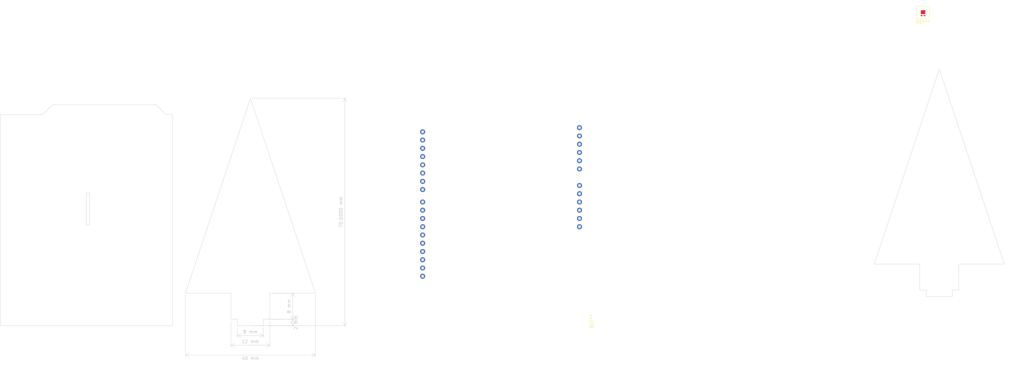
<source format=kicad_pcb>
(kicad_pcb (version 20211014) (generator pcbnew)
  (layers (0 "F.Cu" signal) (31 "B.Cu" signal) (34 "B.Paste" user) (35 "F.Paste" user) (36 "B.SilkS" user "B.Silkscreen") (37 "F.SilkS" user "F.Silkscreen") (38 "B.Mask" user) (39 "F.Mask" user) (44 "Edge.Cuts" user))
  (net 0 "")
  (footprint "LED_SMD:LED-L1T2_LUMILEDS" (layer "F.Cu") (at 337 14)
    (fp_text reference "REF**" (at 0 2.58) (layer "F.SilkS"))
    (fp_text value "LED-L1T2_LUMILEDS")
    (fp_line (start 1.4 1.5) (end -1.93 1.5) (layer "F.SilkS") (width 0.12))
    (fp_line (start 1.93 -2.35) (end 1.93 1.5) (layer "F.SilkS") (width 0.12))
    (fp_line (start -1.93 -2.35) (end 1.93 -2.35) (layer "F.SilkS") (width 0.12))
    (fp_line (start -1.93 1.5) (end -1.93 -2.35) (layer "F.SilkS") (width 0.12))
    (pad "1" smd rect (at 0.45 0.52) (size 0.55 0.38) (layers "F.Cu" "F.Paste" "F.Mask"))
    (pad "2" smd rect (at -0.45 0.52) (size 0.55 0.38) (layers "F.Cu" "F.Paste" "F.Mask"))
    (pad "3" smd rect (at 0 -0.52) (size 1.4 1.2) (layers "F.Cu" "F.Paste" "F.Mask"))
  )
  (footprint "1_lsk:UNO_R3" (layer "F.Cu") (at 233.8 111.26 90)
    (fp_text reference "REF**" (at 2.54 1.27 90 unlocked) (layer "F.SilkS"))
    (fp_text value "UNO_R3")
    (pad "2" thru_hole circle (at 62.23 -2.54 90) (size 1.524 1.524) (drill 0.762) (layers *.Cu *.Mask))
    (pad "3" thru_hole circle (at 59.69 -2.54 90) (size 1.524 1.524) (drill 0.762) (layers *.Cu *.Mask))
    (pad "4" thru_hole circle (at 57.15 -2.54 90) (size 1.524 1.524) (drill 0.762) (layers *.Cu *.Mask))
    (pad "5" thru_hole circle (at 54.61 -2.54 90) (size 1.524 1.524) (drill 0.762) (layers *.Cu *.Mask))
    (pad "6" thru_hole circle (at 52.07 -2.54 90) (size 1.524 1.524) (drill 0.762) (layers *.Cu *.Mask))
    (pad "7" thru_hole circle (at 49.53 -2.54 90) (size 1.524 1.524) (drill 0.762) (layers *.Cu *.Mask))
    (pad "8" thru_hole circle (at 44.45 -2.54 90) (size 1.524 1.524) (drill 0.762) (layers *.Cu *.Mask))
    (pad "9" thru_hole circle (at 41.91 -2.54 90) (size 1.524 1.524) (drill 0.762) (layers *.Cu *.Mask))
    (pad "10" thru_hole circle (at 39.37 -2.54 90) (size 1.524 1.524) (drill 0.762) (layers *.Cu *.Mask))
    (pad "11" thru_hole circle (at 36.83 -2.54 90) (size 1.524 1.524) (drill 0.762) (layers *.Cu *.Mask))
    (pad "12" thru_hole circle (at 34.29 -2.54 90) (size 1.524 1.524) (drill 0.762) (layers *.Cu *.Mask))
    (pad "13" thru_hole circle (at 31.75 -2.54 90) (size 1.524 1.524) (drill 0.762) (layers *.Cu *.Mask))
    (pad "14" thru_hole circle (at 60.96 -50.8 90) (size 1.524 1.524) (drill 0.762) (layers *.Cu *.Mask))
    (pad "15" thru_hole circle (at 58.42 -50.8 90) (size 1.524 1.524) (drill 0.762) (layers *.Cu *.Mask))
    (pad "16" thru_hole circle (at 55.88 -50.8 90) (size 1.524 1.524) (drill 0.762) (layers *.Cu *.Mask))
    (pad "17" thru_hole circle (at 53.34 -50.8 90) (size 1.524 1.524) (drill 0.762) (layers *.Cu *.Mask))
    (pad "18" thru_hole circle (at 50.8 -50.8 90) (size 1.524 1.524) (drill 0.762) (layers *.Cu *.Mask))
    (pad "19" thru_hole circle (at 48.26 -50.8 90) (size 1.524 1.524) (drill 0.762) (layers *.Cu *.Mask))
    (pad "20" thru_hole circle (at 45.72 -50.8 90) (size 1.524 1.524) (drill 0.762) (layers *.Cu *.Mask))
    (pad "21" thru_hole circle (at 43.18 -50.8 90) (size 1.524 1.524) (drill 0.762) (layers *.Cu *.Mask))
    (pad "22" thru_hole circle (at 39.37 -50.8 90) (size 1.524 1.524) (drill 0.762) (layers *.Cu *.Mask))
    (pad "23" thru_hole circle (at 36.83 -50.8 90) (size 1.524 1.524) (drill 0.762) (layers *.Cu *.Mask))
    (pad "24" thru_hole circle (at 34.29 -50.8 90) (size 1.524 1.524) (drill 0.762) (layers *.Cu *.Mask))
    (pad "25" thru_hole circle (at 31.75 -50.8 90) (size 1.524 1.524) (drill 0.762) (layers *.Cu *.Mask))
    (pad "26" thru_hole circle (at 29.21 -50.8 90) (size 1.524 1.524) (drill 0.762) (layers *.Cu *.Mask))
    (pad "27" thru_hole circle (at 26.67 -50.8 90) (size 1.524 1.524) (drill 0.762) (layers *.Cu *.Mask))
    (pad "28" thru_hole circle (at 24.13 -50.8 90) (size 1.524 1.524) (drill 0.762) (layers *.Cu *.Mask))
    (pad "29" thru_hole circle (at 21.59 -50.8 90) (size 1.524 1.524) (drill 0.762) (layers *.Cu *.Mask))
    (pad "30" thru_hole circle (at 19.05 -50.8 90) (size 1.524 1.524) (drill 0.762) (layers *.Cu *.Mask))
    (pad "31" thru_hole circle (at 16.51 -50.8 90) (size 1.524 1.524) (drill 0.762) (layers *.Cu *.Mask))
  )
  (gr_line (start 53 45) (end 66 45) (layer "Edge.Cuts") (width 0.1))
  (gr_line (start 346 99) (end 346 101) (layer "Edge.Cuts") (width 0.1))
  (gr_line (start 336 91) (end 336 99) (layer "Edge.Cuts") (width 0.1))
  (gr_line (start 322 91) (end 336 91) (layer "Edge.Cuts") (width 0.1))
  (gr_line (start 110 100) (end 124 100) (layer "Edge.Cuts") (width 0.1))
  (gr_line (start 53 110) (end 53 45) (layer "Edge.Cuts") (width 0.1))
  (gr_line (start 101 42) (end 104 45) (layer "Edge.Cuts") (width 0.1))
  (gr_line (start 342 31) (end 322 91) (layer "Edge.Cuts") (width 0.1))
  (gr_line (start 104 45) (end 106 45) (layer "Edge.Cuts") (width 0.1))
  (gr_line (start 126 108) (end 126 110) (layer "Edge.Cuts") (width 0.1))
  (gr_line (start 348 91) (end 362 91) (layer "Edge.Cuts") (width 0.1))
  (gr_line (start 348 91) (end 348 99) (layer "Edge.Cuts") (width 0.1))
  (gr_line (start 134 108) (end 136 108) (layer "Edge.Cuts") (width 0.1))
  (gr_line (start 66 45) (end 69 42) (layer "Edge.Cuts") (width 0.1))
  (gr_line (start 124 100) (end 124 108) (layer "Edge.Cuts") (width 0.1))
  (gr_line (start 69 42) (end 101 42) (layer "Edge.Cuts") (width 0.1))
  (gr_line (start 106 110) (end 53 110) (layer "Edge.Cuts") (width 0.1))
  (gr_line (start 136 100) (end 136 108) (layer "Edge.Cuts") (width 0.1))
  (gr_line (start 136 100) (end 150 100) (layer "Edge.Cuts") (width 0.1))
  (gr_line (start 362 91) (end 342 31) (layer "Edge.Cuts") (width 0.1))
  (gr_line (start 336 99) (end 338 99) (layer "Edge.Cuts") (width 0.1))
  (gr_line (start 134 108) (end 134 110) (layer "Edge.Cuts") (width 0.1))
  (gr_line (start 346 99) (end 348 99) (layer "Edge.Cuts") (width 0.1))
  (gr_line (start 106 45) (end 106 110) (layer "Edge.Cuts") (width 0.1))
  (gr_line (start 150 100) (end 130 40) (layer "Edge.Cuts") (width 0.1))
  (gr_rect (start 79.5 79) (end 80.5 69) (layer "Edge.Cuts") (width 0.1) (fill none))
  (gr_line (start 338 99) (end 338 101) (layer "Edge.Cuts") (width 0.1))
  (gr_line (start 130 40) (end 110 100) (layer "Edge.Cuts") (width 0.1))
  (gr_line (start 338 101) (end 346 101) (layer "Edge.Cuts") (width 0.1))
  (gr_line (start 124 108) (end 126 108) (layer "Edge.Cuts") (width 0.1))
  (gr_line (start 126 110) (end 134 110) (layer "Edge.Cuts") (width 0.1))
  (dimension (type aligned) (layer "Edge.Cuts") (pts (xy 135 108) (xy 135 110)) (height -8) (gr_text "2 mm" (at 144 109 90) (layer "Edge.Cuts") (effects (font (size 1 1) (thickness 0.15)))) (format (units 3) (units_format 1) (precision 0)) (style (thickness 0.1) (arrow_length 1.27) (text_position_mode 2) (extension_height 0.58642) (extension_offset 0.5) keep_text_aligned))
  (dimension (type aligned) (layer "Edge.Cuts") (pts (xy 126 110) (xy 134 110)) (height 3) (gr_text "8 mm" (at 130 111.85) (layer "Edge.Cuts") (effects (font (size 1 1) (thickness 0.15)))) (format (units 3) (units_format 1) (precision 0)) (style (thickness 0.1) (arrow_length 1.27) (text_position_mode 0) (extension_height 0.58642) (extension_offset 0.5) keep_text_aligned))
  (dimension (type aligned) (layer "Edge.Cuts") (pts (xy 124 108) (xy 136 108)) (height 8) (gr_text "12 mm" (at 130 114.85) (layer "Edge.Cuts") (effects (font (size 1 1) (thickness 0.15)))) (format (units 3) (units_format 1) (precision 0)) (style (thickness 0.1) (arrow_length 1.27) (text_position_mode 0) (extension_height 0.58642) (extension_offset 0.5) keep_text_aligned))
  (dimension (type aligned) (layer "Edge.Cuts") (pts (xy 110 100) (xy 150 100)) (height 19) (gr_text "40 mm" (at 130 120) (layer "Edge.Cuts") (effects (font (size 1 1) (thickness 0.15)))) (format (units 3) (units_format 1) (precision 0)) (style (thickness 0.1) (arrow_length 1.27) (text_position_mode 2) (extension_height 0.58642) (extension_offset 0.5) keep_text_aligned))
  (dimension (type aligned) (layer "Edge.Cuts") (pts (xy 136 100) (xy 136 108)) (height -7) (gr_text "8 mm" (at 141.85 104 90) (layer "Edge.Cuts") (effects (font (size 1 1) (thickness 0.15)))) (format (units 3) (units_format 1) (precision 0)) (style (thickness 0.1) (arrow_length 1.27) (text_position_mode 0) (extension_height 0.58642) (extension_offset 0.5) keep_text_aligned))
  (dimension (type aligned) (layer "Edge.Cuts") (pts (xy 130 40) (xy 130 110)) (height -29) (gr_text "70.0000 mm" (at 157.85 75 90) (layer "Edge.Cuts") (effects (font (size 1 1) (thickness 0.15)))) (format (units 3) (units_format 1) (precision 4)) (style (thickness 0.1) (arrow_length 1.27) (text_position_mode 0) (extension_height 0.58642) (extension_offset 0.5) keep_text_aligned))
)
</source>
